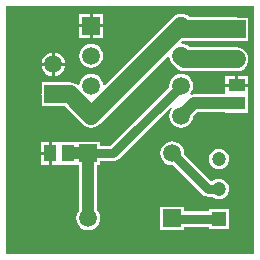
<source format=gtl>
G04 Layer_Physical_Order=1*
G04 Layer_Color=255*
%FSLAX44Y44*%
%MOMM*%
G71*
G01*
G75*
%ADD10R,1.1000X1.4000*%
%ADD11R,1.4000X1.1000*%
%ADD12C,0.8000*%
%ADD13C,1.0000*%
%ADD14C,0.5000*%
%ADD15C,1.5000*%
%ADD16R,1.5000X1.5000*%
%ADD17C,1.5000*%
%ADD18R,1.2000X1.2000*%
%ADD19C,1.2000*%
%ADD20R,1.5000X1.5000*%
G36*
X215000Y5000D02*
X5000D01*
Y215000D01*
X215000D01*
Y5000D01*
D02*
G37*
%LPC*%
G36*
X86940Y208140D02*
X78170D01*
Y199370D01*
X86940D01*
Y208140D01*
D02*
G37*
G36*
X75630D02*
X66860D01*
Y199370D01*
X75630D01*
Y208140D01*
D02*
G37*
G36*
X86940Y196830D02*
X78170D01*
Y188060D01*
X86940D01*
Y196830D01*
D02*
G37*
G36*
X75630D02*
X66860D01*
Y188060D01*
X75630D01*
Y196830D01*
D02*
G37*
G36*
X153100Y208227D02*
X150479Y207882D01*
X148037Y206870D01*
X145939Y205261D01*
X145939Y205261D01*
X88269Y147591D01*
X86929Y148046D01*
X86682Y149921D01*
X85670Y152363D01*
X84061Y154461D01*
X81963Y156070D01*
X79521Y157082D01*
X76900Y157427D01*
X74279Y157082D01*
X71837Y156070D01*
X69739Y154461D01*
X68130Y152363D01*
X67118Y149921D01*
X66872Y148046D01*
X66729Y147907D01*
X65519Y147500D01*
X63863Y148770D01*
X61421Y149782D01*
X58800Y150127D01*
X58800Y150127D01*
X45000D01*
X44342Y150040D01*
X34960D01*
Y140658D01*
X34873Y140000D01*
X34960Y139342D01*
Y129960D01*
X44342D01*
X45000Y129873D01*
X54605D01*
X69739Y114740D01*
X69739Y114739D01*
X71837Y113130D01*
X74279Y112118D01*
X76900Y111773D01*
X79521Y112118D01*
X81963Y113130D01*
X84061Y114739D01*
X141731Y172409D01*
X143071Y171954D01*
X143318Y170079D01*
X144330Y167637D01*
X145939Y165539D01*
X149039Y162439D01*
X151137Y160830D01*
X153579Y159818D01*
X156200Y159473D01*
X156200Y159473D01*
X200000D01*
X202621Y159818D01*
X205063Y160830D01*
X207161Y162439D01*
X208770Y164537D01*
X209782Y166979D01*
X210127Y169600D01*
X209782Y172221D01*
X208770Y174663D01*
X207161Y176761D01*
X205063Y178370D01*
X202621Y179382D01*
X200000Y179727D01*
X160395D01*
X160261Y179861D01*
X158163Y181470D01*
X155721Y182482D01*
X153846Y182729D01*
X153391Y184069D01*
X154428Y185107D01*
X156200Y184873D01*
X156200Y184873D01*
X200000D01*
X200658Y184960D01*
X210040D01*
Y194342D01*
X210127Y195000D01*
X210040Y195658D01*
Y205040D01*
X200658D01*
X200000Y205127D01*
X160395D01*
X160261Y205261D01*
X158163Y206870D01*
X155721Y207882D01*
X153100Y208227D01*
D02*
G37*
G36*
X46270Y175359D02*
Y166670D01*
X54959D01*
X54782Y168021D01*
X53770Y170463D01*
X52161Y172561D01*
X50063Y174170D01*
X47621Y175182D01*
X46270Y175359D01*
D02*
G37*
G36*
X43730D02*
X42379Y175182D01*
X39937Y174170D01*
X37839Y172561D01*
X36230Y170463D01*
X35218Y168021D01*
X35041Y166670D01*
X43730D01*
Y175359D01*
D02*
G37*
G36*
X76900Y182827D02*
X74279Y182482D01*
X71837Y181470D01*
X69739Y179861D01*
X68130Y177763D01*
X67118Y175321D01*
X66773Y172700D01*
X67118Y170079D01*
X68130Y167637D01*
X69739Y165539D01*
X71837Y163930D01*
X74279Y162918D01*
X76900Y162573D01*
X79521Y162918D01*
X81963Y163930D01*
X84061Y165539D01*
X85670Y167637D01*
X86682Y170079D01*
X87027Y172700D01*
X86682Y175321D01*
X85670Y177763D01*
X84061Y179861D01*
X81963Y181470D01*
X79521Y182482D01*
X76900Y182827D01*
D02*
G37*
G36*
X54959Y164130D02*
X46270D01*
Y155441D01*
X47621Y155618D01*
X50063Y156630D01*
X52161Y158239D01*
X53770Y160337D01*
X54782Y162779D01*
X54959Y164130D01*
D02*
G37*
G36*
X43730D02*
X35041D01*
X35218Y162779D01*
X36230Y160337D01*
X37839Y158239D01*
X39937Y156630D01*
X42379Y155618D01*
X43730Y155441D01*
Y164130D01*
D02*
G37*
G36*
X209540Y155540D02*
X201270D01*
Y148770D01*
X209540D01*
Y155540D01*
D02*
G37*
G36*
X198730D02*
X190460D01*
Y148770D01*
X198730D01*
Y155540D01*
D02*
G37*
G36*
X153100Y157427D02*
X150479Y157082D01*
X148037Y156070D01*
X145939Y154461D01*
X144330Y152363D01*
X143318Y149921D01*
X142973Y147300D01*
X143066Y146595D01*
X93068Y96596D01*
X84540D01*
Y100040D01*
X64460D01*
Y99540D01*
X43770D01*
Y90000D01*
Y80460D01*
X64460D01*
Y79960D01*
X66895D01*
Y41581D01*
X65730Y40063D01*
X64718Y37621D01*
X64373Y35000D01*
X64718Y32379D01*
X65730Y29937D01*
X67339Y27839D01*
X69437Y26230D01*
X71879Y25218D01*
X74500Y24873D01*
X77121Y25218D01*
X79563Y26230D01*
X81661Y27839D01*
X83270Y29937D01*
X84282Y32379D01*
X84627Y35000D01*
X84282Y37621D01*
X83270Y40063D01*
X82105Y41581D01*
Y79960D01*
X84540D01*
Y83404D01*
X95800D01*
X97507Y83628D01*
X99098Y84287D01*
X100464Y85336D01*
X144398Y129269D01*
X144506Y129278D01*
X144915Y128800D01*
X145170Y128058D01*
X144330Y126963D01*
X143318Y124521D01*
X142973Y121900D01*
X143318Y119279D01*
X144330Y116837D01*
X145939Y114739D01*
X148037Y113130D01*
X150479Y112118D01*
X153100Y111773D01*
X155721Y112118D01*
X158163Y113130D01*
X160261Y114739D01*
X161870Y116837D01*
X162882Y119279D01*
X163131Y121176D01*
X166850Y124895D01*
X190460D01*
Y124460D01*
X209540D01*
Y139460D01*
Y146230D01*
X200000D01*
X190460D01*
Y140105D01*
X163700D01*
X161732Y139846D01*
X161592Y139788D01*
X160791Y140831D01*
X161870Y142237D01*
X162882Y144679D01*
X163227Y147300D01*
X162882Y149921D01*
X161870Y152363D01*
X160261Y154461D01*
X158163Y156070D01*
X155721Y157082D01*
X153100Y157427D01*
D02*
G37*
G36*
X41230Y99540D02*
X34460D01*
Y91270D01*
X41230D01*
Y99540D01*
D02*
G37*
G36*
Y88730D02*
X34460D01*
Y80460D01*
X41230D01*
Y88730D01*
D02*
G37*
G36*
X185000Y94014D02*
X182771Y93720D01*
X180693Y92860D01*
X178909Y91491D01*
X177540Y89707D01*
X176680Y87629D01*
X176386Y85400D01*
X176680Y83171D01*
X177540Y81093D01*
X178909Y79309D01*
X180693Y77940D01*
X182771Y77080D01*
X185000Y76786D01*
X187229Y77080D01*
X189307Y77940D01*
X191091Y79309D01*
X192460Y81093D01*
X193320Y83171D01*
X193614Y85400D01*
X193320Y87629D01*
X192460Y89707D01*
X191091Y91491D01*
X189307Y92860D01*
X187229Y93720D01*
X185000Y94014D01*
D02*
G37*
G36*
X145500Y100127D02*
X142879Y99782D01*
X140437Y98770D01*
X138339Y97161D01*
X136730Y95063D01*
X135718Y92621D01*
X135373Y90000D01*
X135718Y87379D01*
X136730Y84937D01*
X138339Y82839D01*
X140437Y81230D01*
X142879Y80218D01*
X145500Y79873D01*
X146205Y79966D01*
X170836Y55336D01*
X172202Y54287D01*
X173793Y53628D01*
X175500Y53404D01*
X179568D01*
X180693Y52540D01*
X182771Y51680D01*
X185000Y51386D01*
X187229Y51680D01*
X189307Y52540D01*
X191091Y53909D01*
X192460Y55693D01*
X193320Y57771D01*
X193614Y60000D01*
X193320Y62229D01*
X192460Y64307D01*
X191091Y66091D01*
X189307Y67460D01*
X187229Y68320D01*
X185000Y68614D01*
X182771Y68320D01*
X180693Y67460D01*
X179568Y66596D01*
X178232D01*
X155534Y89295D01*
X155627Y90000D01*
X155282Y92621D01*
X154270Y95063D01*
X152661Y97161D01*
X150563Y98770D01*
X148121Y99782D01*
X145500Y100127D01*
D02*
G37*
G36*
X155540Y45040D02*
X135460D01*
Y24960D01*
X155540D01*
Y28004D01*
X176460D01*
Y26060D01*
X193540D01*
Y43140D01*
X176460D01*
Y41196D01*
X155540D01*
Y45040D01*
D02*
G37*
%LPD*%
D10*
X42500Y90000D02*
D03*
X57500D02*
D03*
D11*
X200000Y147500D02*
D03*
Y132500D02*
D03*
D12*
X145900Y34600D02*
X185000D01*
X145500Y90000D02*
X175500Y60000D01*
X185000D01*
X74500Y90000D02*
X95800D01*
X74500Y170300D02*
X76900Y172700D01*
X95800Y90000D02*
X153100Y147300D01*
D13*
X74500Y35000D02*
Y90000D01*
X57500D02*
X74500D01*
X163700Y132500D02*
X200000D01*
X153100Y121900D02*
X163700Y132500D01*
D14*
X76900Y147300D02*
X80733Y143467D01*
D15*
X76900Y121900D02*
X153100Y198100D01*
X58800Y140000D02*
X76900Y121900D01*
X45000Y140000D02*
X58800D01*
X156200Y169600D02*
X200000D01*
X153100Y172700D02*
X156200Y169600D01*
Y195000D02*
X200000D01*
X153100Y198100D02*
X156200Y195000D01*
D16*
X145500Y35000D02*
D03*
X74500Y90000D02*
D03*
X76900Y198100D02*
D03*
D17*
X74500Y35000D02*
D03*
X145500Y90000D02*
D03*
X76900Y172700D02*
D03*
Y147300D02*
D03*
Y121900D02*
D03*
X153100Y198100D02*
D03*
Y172700D02*
D03*
Y147300D02*
D03*
Y121900D02*
D03*
X200000Y169600D02*
D03*
X45000Y165400D02*
D03*
D18*
X185000Y34600D02*
D03*
D19*
Y60000D02*
D03*
Y85400D02*
D03*
D20*
X200000Y195000D02*
D03*
X45000Y140000D02*
D03*
M02*

</source>
